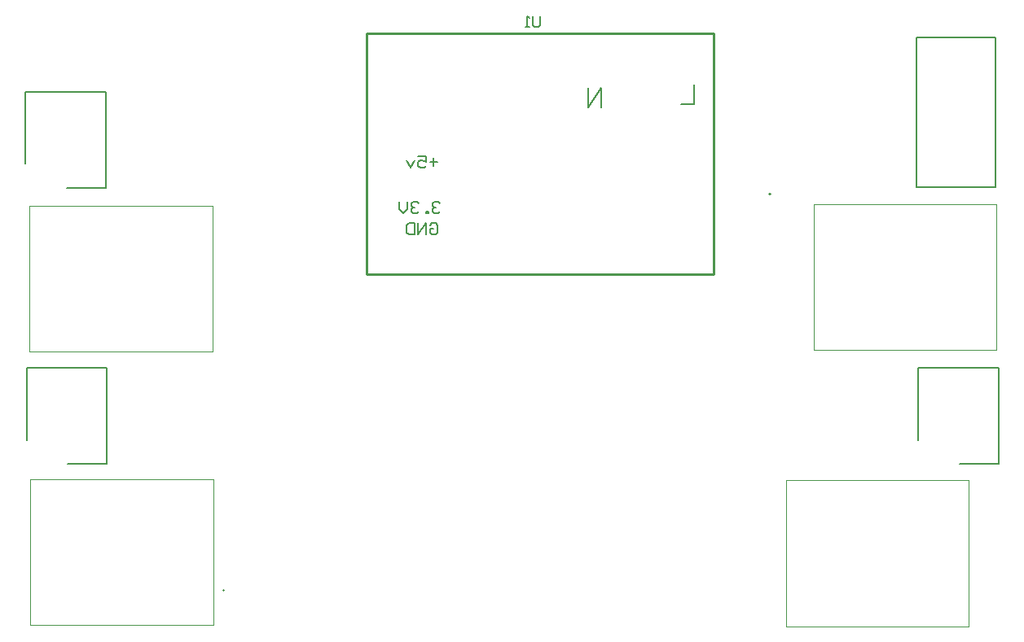
<source format=gbo>
G04 Layer_Color=12955568*
%FSLAX25Y25*%
%MOIN*%
G70*
G01*
G75*
%ADD34C,0.00700*%
%ADD35C,0.01000*%
%ADD53C,0.00787*%
%ADD86C,0.00394*%
%ADD87C,0.00800*%
D34*
X216000Y251788D02*
Y248040D01*
X215250Y247290D01*
X213751D01*
X213001Y248040D01*
Y251788D01*
X211502Y247290D02*
X210002D01*
X210752D01*
Y251788D01*
X211502Y251039D01*
D35*
X287051Y164559D02*
Y244559D01*
X145051D02*
X287051D01*
X145051Y146059D02*
Y244559D01*
Y146059D02*
X287051D01*
Y164559D01*
X309800Y179000D02*
X309900Y178900D01*
X86200Y16800D02*
X86300Y16700D01*
D53*
X387600Y68172D02*
X403545D01*
Y107543D01*
X370671D02*
X403545D01*
X370671Y78015D02*
Y107543D01*
X22300Y181358D02*
X38245D01*
Y220728D01*
X5371D02*
X38245D01*
X5371Y191200D02*
Y220728D01*
X22800Y68257D02*
X38745D01*
Y107628D01*
X5871D02*
X38745D01*
X5871Y78100D02*
Y107628D01*
X370158Y181558D02*
Y242975D01*
Y181558D02*
X402442D01*
Y242975D01*
X370158D02*
X402442D01*
D86*
X7388Y2179D02*
X82191D01*
Y62021D01*
X7388D02*
X82191D01*
X7388Y2179D02*
Y62021D01*
X7114Y114201D02*
Y174043D01*
X81917D01*
Y114201D02*
Y174043D01*
X7114Y114201D02*
X81917D01*
X316583Y1801D02*
Y61643D01*
X391386D01*
Y1801D02*
Y61643D01*
X316583Y1801D02*
X391386D01*
X402712Y114979D02*
Y174821D01*
X327909Y114979D02*
X402712D01*
X327909D02*
Y174821D01*
X402712D01*
D87*
X241000Y214180D02*
Y222177D01*
X235668Y214180D01*
Y222177D01*
X279000Y223537D02*
Y215540D01*
X273668D01*
X170872Y166113D02*
X171659Y166901D01*
X173233D01*
X174020Y166113D01*
Y162965D01*
X173233Y162178D01*
X171659D01*
X170872Y162965D01*
Y164539D01*
X172446D01*
X169298Y162178D02*
Y166901D01*
X166149Y162178D01*
Y166901D01*
X164575D02*
Y162178D01*
X162214D01*
X161427Y162965D01*
Y166113D01*
X162214Y166901D01*
X164575D01*
X175000Y174935D02*
X174213Y175723D01*
X172639D01*
X171852Y174935D01*
Y174148D01*
X172639Y173361D01*
X173426D01*
X172639D01*
X171852Y172574D01*
Y171787D01*
X172639Y171000D01*
X174213D01*
X175000Y171787D01*
X170278Y171000D02*
Y171787D01*
X169491D01*
Y171000D01*
X170278D01*
X166342Y174935D02*
X165555Y175723D01*
X163981D01*
X163194Y174935D01*
Y174148D01*
X163981Y173361D01*
X164768D01*
X163981D01*
X163194Y172574D01*
Y171787D01*
X163981Y171000D01*
X165555D01*
X166342Y171787D01*
X161620Y175723D02*
Y172574D01*
X160046Y171000D01*
X158471Y172574D01*
Y175723D01*
X174020Y191959D02*
X170872D01*
X172446Y193533D02*
Y190385D01*
X166149Y194320D02*
X169298D01*
Y191959D01*
X167723Y192746D01*
X166936D01*
X166149Y191959D01*
Y190385D01*
X166936Y189598D01*
X168510D01*
X169298Y190385D01*
X164575Y192746D02*
X163001Y189598D01*
X161427Y192746D01*
M02*

</source>
